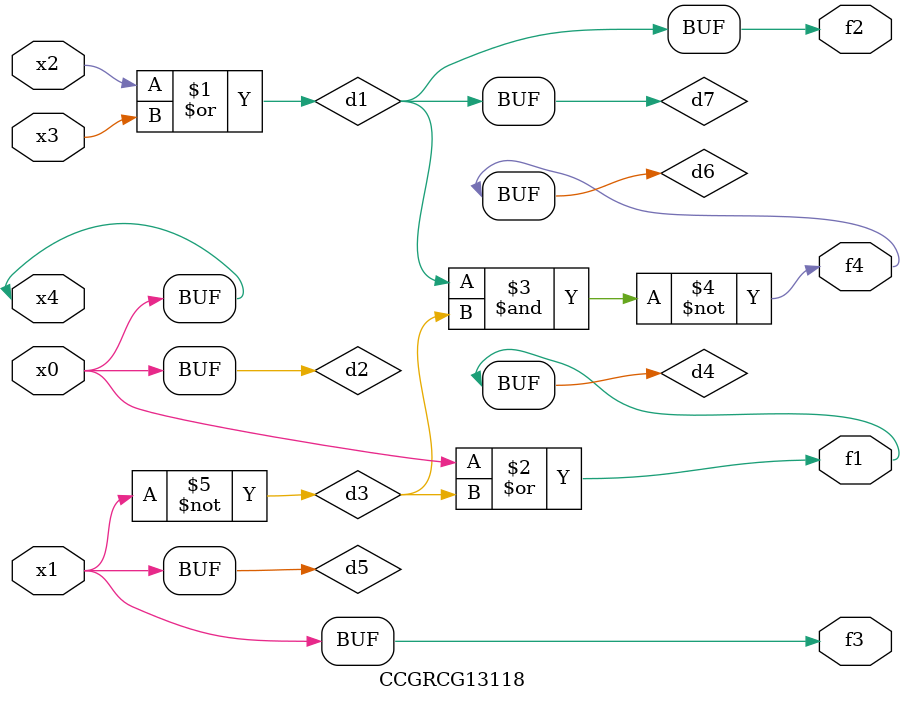
<source format=v>
module CCGRCG13118(
	input x0, x1, x2, x3, x4,
	output f1, f2, f3, f4
);

	wire d1, d2, d3, d4, d5, d6, d7;

	or (d1, x2, x3);
	buf (d2, x0, x4);
	not (d3, x1);
	or (d4, d2, d3);
	not (d5, d3);
	nand (d6, d1, d3);
	or (d7, d1);
	assign f1 = d4;
	assign f2 = d7;
	assign f3 = d5;
	assign f4 = d6;
endmodule

</source>
